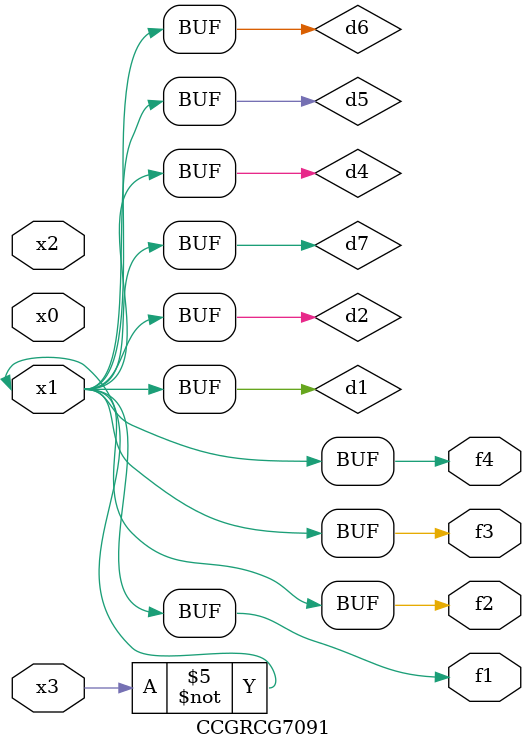
<source format=v>
module CCGRCG7091(
	input x0, x1, x2, x3,
	output f1, f2, f3, f4
);

	wire d1, d2, d3, d4, d5, d6, d7;

	not (d1, x3);
	buf (d2, x1);
	xnor (d3, d1, d2);
	nor (d4, d1);
	buf (d5, d1, d2);
	buf (d6, d4, d5);
	nand (d7, d4);
	assign f1 = d6;
	assign f2 = d7;
	assign f3 = d6;
	assign f4 = d6;
endmodule

</source>
